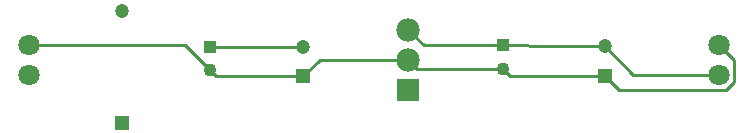
<source format=gbl>
G04*
G04 #@! TF.GenerationSoftware,Altium Limited,Altium Designer,25.1.2 (22)*
G04*
G04 Layer_Physical_Order=2*
G04 Layer_Color=16711680*
%FSLAX44Y44*%
%MOMM*%
G71*
G04*
G04 #@! TF.SameCoordinates,1A916D9B-B9E1-405E-A4A7-EFB9F428AACD*
G04*
G04*
G04 #@! TF.FilePolarity,Positive*
G04*
G01*
G75*
%ADD12C,0.2540*%
%ADD20C,1.8000*%
%ADD21C,1.1000*%
%ADD22R,1.1000X1.1000*%
%ADD23R,1.9800X1.9800*%
%ADD24C,1.9800*%
%ADD25R,1.2000X1.2000*%
%ADD26C,1.2000*%
D12*
X576580Y-102870D02*
X648970D01*
X552450Y-78740D02*
X576580Y-102870D01*
X399300Y-77790D02*
X466090D01*
X386080Y-64570D02*
X399300Y-77790D01*
X510220Y-78740D02*
X552450D01*
X466090Y-77790D02*
X510220Y-78740D01*
X472040Y-103740D02*
X552450D01*
X466090Y-97790D02*
X472040Y-103740D01*
X393800Y-97790D02*
X466090D01*
X386080Y-90070D02*
X393800Y-97790D01*
X311250Y-90070D02*
X386080D01*
X297180Y-104140D02*
X311250Y-90070D01*
X223520Y-104140D02*
X297180D01*
X218440Y-99060D02*
X223520Y-104140D01*
X552450Y-103740D02*
X564534Y-115824D01*
X655320D01*
X661924Y-109220D01*
Y-90424D01*
X648970Y-77470D02*
X661924Y-90424D01*
X64770Y-77470D02*
X196850D01*
X218440Y-99060D01*
X257636Y-79140D02*
X297180D01*
X257556Y-79060D02*
X257636Y-79140D01*
X218440Y-79060D02*
X257556D01*
D20*
X648970Y-102870D02*
D03*
Y-77470D02*
D03*
X64770Y-102870D02*
D03*
Y-77470D02*
D03*
D21*
X218440Y-99060D02*
D03*
X466090Y-97790D02*
D03*
D22*
X218440Y-79060D02*
D03*
X466090Y-77790D02*
D03*
D23*
X386080Y-115570D02*
D03*
D24*
Y-90070D02*
D03*
Y-64570D02*
D03*
D25*
X143510Y-143510D02*
D03*
X552450Y-103740D02*
D03*
X297180Y-104140D02*
D03*
D26*
X143510Y-48510D02*
D03*
X552450Y-78740D02*
D03*
X297180Y-79140D02*
D03*
M02*

</source>
